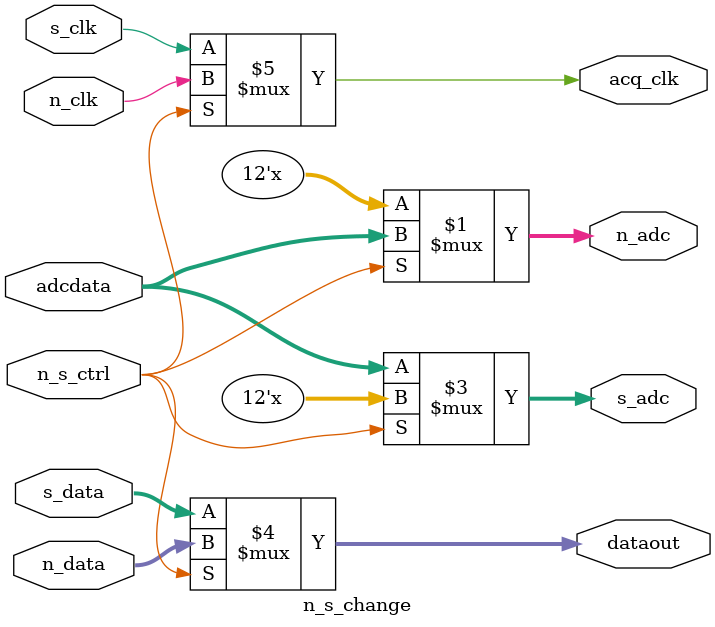
<source format=v>

module n_s_change(
                  n_s_ctrl,
                  adcdata,
                  n_adc,
                  s_adc,                  
                  dataout,
                  s_data,
                  n_data,
                  n_clk,
                  s_clk,
                  acq_clk
                  );

input n_s_ctrl;

input [11:0] adcdata;
output [11:0] n_adc;
output [11:0] s_adc;

input [15:0] s_data;
input [15:0] n_data;
output [15:0] dataout;

input n_clk;
input s_clk;
output acq_clk;

assign n_adc = (n_s_ctrl)? adcdata:12'hzzz;
assign s_adc = (!n_s_ctrl)? adcdata:12'hzzz;

assign dataout = (n_s_ctrl)? n_data:s_data;
//assign dataout = (!n_s_ctrl)? s_data:16'hzzzz;

assign acq_clk = (n_s_ctrl)? n_clk:s_clk;
//assign acq_clk = (!n_s_ctrl)? s_clk:1'bz;

endmodule
</source>
